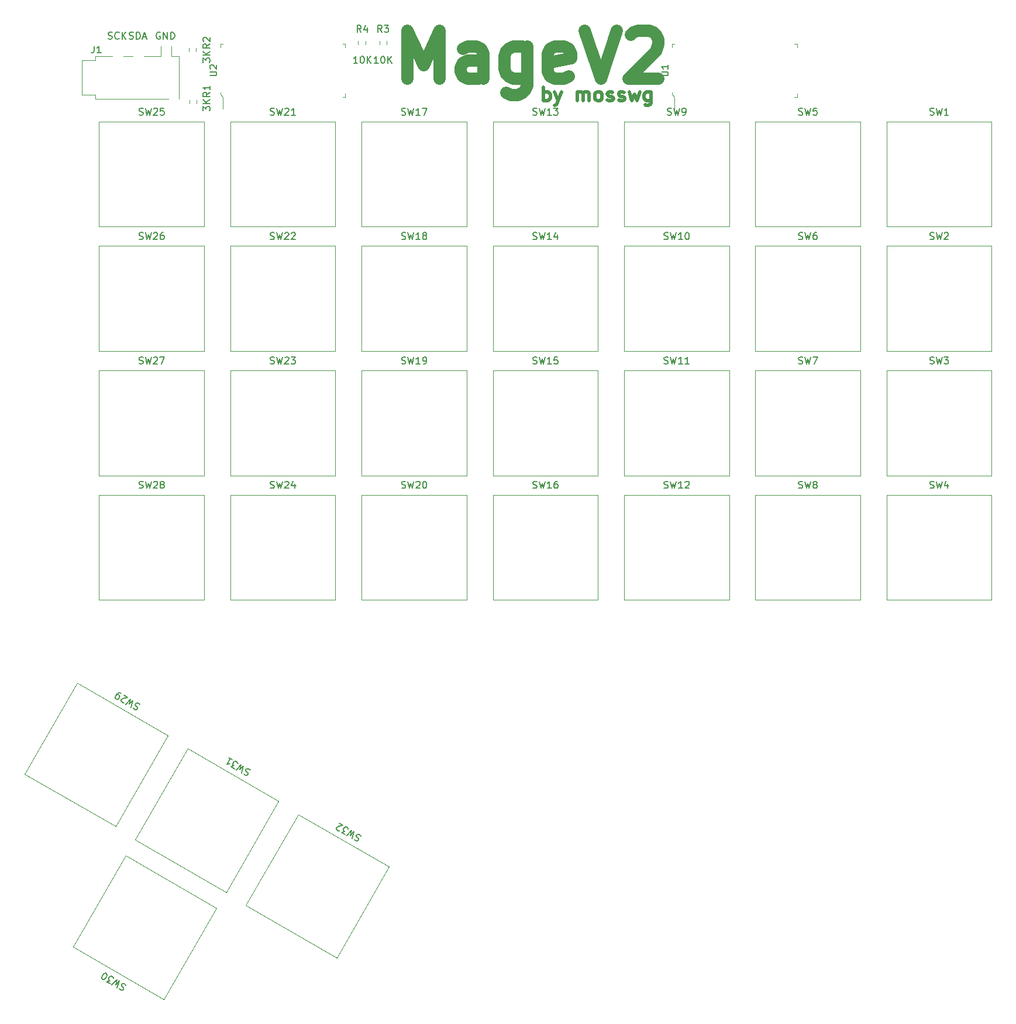
<source format=gbr>
%TF.GenerationSoftware,KiCad,Pcbnew,(6.0.11)*%
%TF.CreationDate,2023-06-02T23:59:17-07:00*%
%TF.ProjectId,MageV2,4d616765-5632-42e6-9b69-6361645f7063,rev?*%
%TF.SameCoordinates,Original*%
%TF.FileFunction,Legend,Top*%
%TF.FilePolarity,Positive*%
%FSLAX46Y46*%
G04 Gerber Fmt 4.6, Leading zero omitted, Abs format (unit mm)*
G04 Created by KiCad (PCBNEW (6.0.11)) date 2023-06-02 23:59:17*
%MOMM*%
%LPD*%
G01*
G04 APERTURE LIST*
%ADD10C,0.500000*%
%ADD11C,1.750000*%
%ADD12C,0.150000*%
%ADD13C,0.120000*%
%ADD14C,0.100000*%
G04 APERTURE END LIST*
D10*
X145738095Y-44404761D02*
X145738095Y-42404761D01*
X145738095Y-43166666D02*
X145928571Y-43071428D01*
X146309523Y-43071428D01*
X146500000Y-43166666D01*
X146595238Y-43261904D01*
X146690476Y-43452380D01*
X146690476Y-44023809D01*
X146595238Y-44214285D01*
X146500000Y-44309523D01*
X146309523Y-44404761D01*
X145928571Y-44404761D01*
X145738095Y-44309523D01*
X147357142Y-43071428D02*
X147833333Y-44404761D01*
X148309523Y-43071428D02*
X147833333Y-44404761D01*
X147642857Y-44880952D01*
X147547619Y-44976190D01*
X147357142Y-45071428D01*
X150595238Y-44404761D02*
X150595238Y-43071428D01*
X150595238Y-43261904D02*
X150690476Y-43166666D01*
X150880952Y-43071428D01*
X151166666Y-43071428D01*
X151357142Y-43166666D01*
X151452380Y-43357142D01*
X151452380Y-44404761D01*
X151452380Y-43357142D02*
X151547619Y-43166666D01*
X151738095Y-43071428D01*
X152023809Y-43071428D01*
X152214285Y-43166666D01*
X152309523Y-43357142D01*
X152309523Y-44404761D01*
X153547619Y-44404761D02*
X153357142Y-44309523D01*
X153261904Y-44214285D01*
X153166666Y-44023809D01*
X153166666Y-43452380D01*
X153261904Y-43261904D01*
X153357142Y-43166666D01*
X153547619Y-43071428D01*
X153833333Y-43071428D01*
X154023809Y-43166666D01*
X154119047Y-43261904D01*
X154214285Y-43452380D01*
X154214285Y-44023809D01*
X154119047Y-44214285D01*
X154023809Y-44309523D01*
X153833333Y-44404761D01*
X153547619Y-44404761D01*
X154976190Y-44309523D02*
X155166666Y-44404761D01*
X155547619Y-44404761D01*
X155738095Y-44309523D01*
X155833333Y-44119047D01*
X155833333Y-44023809D01*
X155738095Y-43833333D01*
X155547619Y-43738095D01*
X155261904Y-43738095D01*
X155071428Y-43642857D01*
X154976190Y-43452380D01*
X154976190Y-43357142D01*
X155071428Y-43166666D01*
X155261904Y-43071428D01*
X155547619Y-43071428D01*
X155738095Y-43166666D01*
X156595238Y-44309523D02*
X156785714Y-44404761D01*
X157166666Y-44404761D01*
X157357142Y-44309523D01*
X157452380Y-44119047D01*
X157452380Y-44023809D01*
X157357142Y-43833333D01*
X157166666Y-43738095D01*
X156880952Y-43738095D01*
X156690476Y-43642857D01*
X156595238Y-43452380D01*
X156595238Y-43357142D01*
X156690476Y-43166666D01*
X156880952Y-43071428D01*
X157166666Y-43071428D01*
X157357142Y-43166666D01*
X158119047Y-43071428D02*
X158500000Y-44404761D01*
X158880952Y-43452380D01*
X159261904Y-44404761D01*
X159642857Y-43071428D01*
X161261904Y-43071428D02*
X161261904Y-44690476D01*
X161166666Y-44880952D01*
X161071428Y-44976190D01*
X160880952Y-45071428D01*
X160595238Y-45071428D01*
X160404761Y-44976190D01*
X161261904Y-44309523D02*
X161071428Y-44404761D01*
X160690476Y-44404761D01*
X160500000Y-44309523D01*
X160404761Y-44214285D01*
X160309523Y-44023809D01*
X160309523Y-43452380D01*
X160404761Y-43261904D01*
X160500000Y-43166666D01*
X160690476Y-43071428D01*
X161071428Y-43071428D01*
X161261904Y-43166666D01*
D11*
X126000000Y-41166666D02*
X126000000Y-34166666D01*
X128333333Y-39166666D01*
X130666666Y-34166666D01*
X130666666Y-41166666D01*
X137000000Y-41166666D02*
X137000000Y-37500000D01*
X136666666Y-36833333D01*
X136000000Y-36500000D01*
X134666666Y-36500000D01*
X134000000Y-36833333D01*
X137000000Y-40833333D02*
X136333333Y-41166666D01*
X134666666Y-41166666D01*
X134000000Y-40833333D01*
X133666666Y-40166666D01*
X133666666Y-39500000D01*
X134000000Y-38833333D01*
X134666666Y-38500000D01*
X136333333Y-38500000D01*
X137000000Y-38166666D01*
X143333333Y-36500000D02*
X143333333Y-42166666D01*
X143000000Y-42833333D01*
X142666666Y-43166666D01*
X142000000Y-43500000D01*
X141000000Y-43500000D01*
X140333333Y-43166666D01*
X143333333Y-40833333D02*
X142666666Y-41166666D01*
X141333333Y-41166666D01*
X140666666Y-40833333D01*
X140333333Y-40500000D01*
X140000000Y-39833333D01*
X140000000Y-37833333D01*
X140333333Y-37166666D01*
X140666666Y-36833333D01*
X141333333Y-36500000D01*
X142666666Y-36500000D01*
X143333333Y-36833333D01*
X149333333Y-40833333D02*
X148666666Y-41166666D01*
X147333333Y-41166666D01*
X146666666Y-40833333D01*
X146333333Y-40166666D01*
X146333333Y-37500000D01*
X146666666Y-36833333D01*
X147333333Y-36500000D01*
X148666666Y-36500000D01*
X149333333Y-36833333D01*
X149666666Y-37500000D01*
X149666666Y-38166666D01*
X146333333Y-38833333D01*
X151666666Y-34166666D02*
X154000000Y-41166666D01*
X156333333Y-34166666D01*
X158333333Y-34833333D02*
X158666666Y-34500000D01*
X159333333Y-34166666D01*
X161000000Y-34166666D01*
X161666666Y-34500000D01*
X162000000Y-34833333D01*
X162333333Y-35500000D01*
X162333333Y-36166666D01*
X162000000Y-37166666D01*
X158000000Y-41166666D01*
X162333333Y-41166666D01*
D12*
X90238095Y-34500000D02*
X90142857Y-34452380D01*
X90000000Y-34452380D01*
X89857142Y-34500000D01*
X89761904Y-34595238D01*
X89714285Y-34690476D01*
X89666666Y-34880952D01*
X89666666Y-35023809D01*
X89714285Y-35214285D01*
X89761904Y-35309523D01*
X89857142Y-35404761D01*
X90000000Y-35452380D01*
X90095238Y-35452380D01*
X90238095Y-35404761D01*
X90285714Y-35357142D01*
X90285714Y-35023809D01*
X90095238Y-35023809D01*
X90714285Y-35452380D02*
X90714285Y-34452380D01*
X91285714Y-35452380D01*
X91285714Y-34452380D01*
X91761904Y-35452380D02*
X91761904Y-34452380D01*
X92000000Y-34452380D01*
X92142857Y-34500000D01*
X92238095Y-34595238D01*
X92285714Y-34690476D01*
X92333333Y-34880952D01*
X92333333Y-35023809D01*
X92285714Y-35214285D01*
X92238095Y-35309523D01*
X92142857Y-35404761D01*
X92000000Y-35452380D01*
X91761904Y-35452380D01*
X85785714Y-35404761D02*
X85928571Y-35452380D01*
X86166666Y-35452380D01*
X86261904Y-35404761D01*
X86309523Y-35357142D01*
X86357142Y-35261904D01*
X86357142Y-35166666D01*
X86309523Y-35071428D01*
X86261904Y-35023809D01*
X86166666Y-34976190D01*
X85976190Y-34928571D01*
X85880952Y-34880952D01*
X85833333Y-34833333D01*
X85785714Y-34738095D01*
X85785714Y-34642857D01*
X85833333Y-34547619D01*
X85880952Y-34500000D01*
X85976190Y-34452380D01*
X86214285Y-34452380D01*
X86357142Y-34500000D01*
X86785714Y-35452380D02*
X86785714Y-34452380D01*
X87023809Y-34452380D01*
X87166666Y-34500000D01*
X87261904Y-34595238D01*
X87309523Y-34690476D01*
X87357142Y-34880952D01*
X87357142Y-35023809D01*
X87309523Y-35214285D01*
X87261904Y-35309523D01*
X87166666Y-35404761D01*
X87023809Y-35452380D01*
X86785714Y-35452380D01*
X87738095Y-35166666D02*
X88214285Y-35166666D01*
X87642857Y-35452380D02*
X87976190Y-34452380D01*
X88309523Y-35452380D01*
X82714285Y-35404761D02*
X82857142Y-35452380D01*
X83095238Y-35452380D01*
X83190476Y-35404761D01*
X83238095Y-35357142D01*
X83285714Y-35261904D01*
X83285714Y-35166666D01*
X83238095Y-35071428D01*
X83190476Y-35023809D01*
X83095238Y-34976190D01*
X82904761Y-34928571D01*
X82809523Y-34880952D01*
X82761904Y-34833333D01*
X82714285Y-34738095D01*
X82714285Y-34642857D01*
X82761904Y-34547619D01*
X82809523Y-34500000D01*
X82904761Y-34452380D01*
X83142857Y-34452380D01*
X83285714Y-34500000D01*
X84285714Y-35357142D02*
X84238095Y-35404761D01*
X84095238Y-35452380D01*
X84000000Y-35452380D01*
X83857142Y-35404761D01*
X83761904Y-35309523D01*
X83714285Y-35214285D01*
X83666666Y-35023809D01*
X83666666Y-34880952D01*
X83714285Y-34690476D01*
X83761904Y-34595238D01*
X83857142Y-34500000D01*
X84000000Y-34452380D01*
X84095238Y-34452380D01*
X84238095Y-34500000D01*
X84285714Y-34547619D01*
X84714285Y-35452380D02*
X84714285Y-34452380D01*
X85285714Y-35452380D02*
X84857142Y-34880952D01*
X85285714Y-34452380D02*
X84714285Y-35023809D01*
%TO.C,SW25*%
X87190476Y-46404761D02*
X87333333Y-46452380D01*
X87571428Y-46452380D01*
X87666666Y-46404761D01*
X87714285Y-46357142D01*
X87761904Y-46261904D01*
X87761904Y-46166666D01*
X87714285Y-46071428D01*
X87666666Y-46023809D01*
X87571428Y-45976190D01*
X87380952Y-45928571D01*
X87285714Y-45880952D01*
X87238095Y-45833333D01*
X87190476Y-45738095D01*
X87190476Y-45642857D01*
X87238095Y-45547619D01*
X87285714Y-45500000D01*
X87380952Y-45452380D01*
X87619047Y-45452380D01*
X87761904Y-45500000D01*
X88095238Y-45452380D02*
X88333333Y-46452380D01*
X88523809Y-45738095D01*
X88714285Y-46452380D01*
X88952380Y-45452380D01*
X89285714Y-45547619D02*
X89333333Y-45500000D01*
X89428571Y-45452380D01*
X89666666Y-45452380D01*
X89761904Y-45500000D01*
X89809523Y-45547619D01*
X89857142Y-45642857D01*
X89857142Y-45738095D01*
X89809523Y-45880952D01*
X89238095Y-46452380D01*
X89857142Y-46452380D01*
X90761904Y-45452380D02*
X90285714Y-45452380D01*
X90238095Y-45928571D01*
X90285714Y-45880952D01*
X90380952Y-45833333D01*
X90619047Y-45833333D01*
X90714285Y-45880952D01*
X90761904Y-45928571D01*
X90809523Y-46023809D01*
X90809523Y-46261904D01*
X90761904Y-46357142D01*
X90714285Y-46404761D01*
X90619047Y-46452380D01*
X90380952Y-46452380D01*
X90285714Y-46404761D01*
X90238095Y-46357142D01*
%TO.C,SW5*%
X182666666Y-46404761D02*
X182809523Y-46452380D01*
X183047619Y-46452380D01*
X183142857Y-46404761D01*
X183190476Y-46357142D01*
X183238095Y-46261904D01*
X183238095Y-46166666D01*
X183190476Y-46071428D01*
X183142857Y-46023809D01*
X183047619Y-45976190D01*
X182857142Y-45928571D01*
X182761904Y-45880952D01*
X182714285Y-45833333D01*
X182666666Y-45738095D01*
X182666666Y-45642857D01*
X182714285Y-45547619D01*
X182761904Y-45500000D01*
X182857142Y-45452380D01*
X183095238Y-45452380D01*
X183238095Y-45500000D01*
X183571428Y-45452380D02*
X183809523Y-46452380D01*
X184000000Y-45738095D01*
X184190476Y-46452380D01*
X184428571Y-45452380D01*
X185285714Y-45452380D02*
X184809523Y-45452380D01*
X184761904Y-45928571D01*
X184809523Y-45880952D01*
X184904761Y-45833333D01*
X185142857Y-45833333D01*
X185238095Y-45880952D01*
X185285714Y-45928571D01*
X185333333Y-46023809D01*
X185333333Y-46261904D01*
X185285714Y-46357142D01*
X185238095Y-46404761D01*
X185142857Y-46452380D01*
X184904761Y-46452380D01*
X184809523Y-46404761D01*
X184761904Y-46357142D01*
%TO.C,SW12*%
X163190476Y-100404761D02*
X163333333Y-100452380D01*
X163571428Y-100452380D01*
X163666666Y-100404761D01*
X163714285Y-100357142D01*
X163761904Y-100261904D01*
X163761904Y-100166666D01*
X163714285Y-100071428D01*
X163666666Y-100023809D01*
X163571428Y-99976190D01*
X163380952Y-99928571D01*
X163285714Y-99880952D01*
X163238095Y-99833333D01*
X163190476Y-99738095D01*
X163190476Y-99642857D01*
X163238095Y-99547619D01*
X163285714Y-99500000D01*
X163380952Y-99452380D01*
X163619047Y-99452380D01*
X163761904Y-99500000D01*
X164095238Y-99452380D02*
X164333333Y-100452380D01*
X164523809Y-99738095D01*
X164714285Y-100452380D01*
X164952380Y-99452380D01*
X165857142Y-100452380D02*
X165285714Y-100452380D01*
X165571428Y-100452380D02*
X165571428Y-99452380D01*
X165476190Y-99595238D01*
X165380952Y-99690476D01*
X165285714Y-99738095D01*
X166238095Y-99547619D02*
X166285714Y-99500000D01*
X166380952Y-99452380D01*
X166619047Y-99452380D01*
X166714285Y-99500000D01*
X166761904Y-99547619D01*
X166809523Y-99642857D01*
X166809523Y-99738095D01*
X166761904Y-99880952D01*
X166190476Y-100452380D01*
X166809523Y-100452380D01*
%TO.C,SW6*%
X182666666Y-64404761D02*
X182809523Y-64452380D01*
X183047619Y-64452380D01*
X183142857Y-64404761D01*
X183190476Y-64357142D01*
X183238095Y-64261904D01*
X183238095Y-64166666D01*
X183190476Y-64071428D01*
X183142857Y-64023809D01*
X183047619Y-63976190D01*
X182857142Y-63928571D01*
X182761904Y-63880952D01*
X182714285Y-63833333D01*
X182666666Y-63738095D01*
X182666666Y-63642857D01*
X182714285Y-63547619D01*
X182761904Y-63500000D01*
X182857142Y-63452380D01*
X183095238Y-63452380D01*
X183238095Y-63500000D01*
X183571428Y-63452380D02*
X183809523Y-64452380D01*
X184000000Y-63738095D01*
X184190476Y-64452380D01*
X184428571Y-63452380D01*
X185238095Y-63452380D02*
X185047619Y-63452380D01*
X184952380Y-63500000D01*
X184904761Y-63547619D01*
X184809523Y-63690476D01*
X184761904Y-63880952D01*
X184761904Y-64261904D01*
X184809523Y-64357142D01*
X184857142Y-64404761D01*
X184952380Y-64452380D01*
X185142857Y-64452380D01*
X185238095Y-64404761D01*
X185285714Y-64357142D01*
X185333333Y-64261904D01*
X185333333Y-64023809D01*
X185285714Y-63928571D01*
X185238095Y-63880952D01*
X185142857Y-63833333D01*
X184952380Y-63833333D01*
X184857142Y-63880952D01*
X184809523Y-63928571D01*
X184761904Y-64023809D01*
%TO.C,SW7*%
X182666666Y-82404761D02*
X182809523Y-82452380D01*
X183047619Y-82452380D01*
X183142857Y-82404761D01*
X183190476Y-82357142D01*
X183238095Y-82261904D01*
X183238095Y-82166666D01*
X183190476Y-82071428D01*
X183142857Y-82023809D01*
X183047619Y-81976190D01*
X182857142Y-81928571D01*
X182761904Y-81880952D01*
X182714285Y-81833333D01*
X182666666Y-81738095D01*
X182666666Y-81642857D01*
X182714285Y-81547619D01*
X182761904Y-81500000D01*
X182857142Y-81452380D01*
X183095238Y-81452380D01*
X183238095Y-81500000D01*
X183571428Y-81452380D02*
X183809523Y-82452380D01*
X184000000Y-81738095D01*
X184190476Y-82452380D01*
X184428571Y-81452380D01*
X184714285Y-81452380D02*
X185380952Y-81452380D01*
X184952380Y-82452380D01*
%TO.C,SW19*%
X125190476Y-82404761D02*
X125333333Y-82452380D01*
X125571428Y-82452380D01*
X125666666Y-82404761D01*
X125714285Y-82357142D01*
X125761904Y-82261904D01*
X125761904Y-82166666D01*
X125714285Y-82071428D01*
X125666666Y-82023809D01*
X125571428Y-81976190D01*
X125380952Y-81928571D01*
X125285714Y-81880952D01*
X125238095Y-81833333D01*
X125190476Y-81738095D01*
X125190476Y-81642857D01*
X125238095Y-81547619D01*
X125285714Y-81500000D01*
X125380952Y-81452380D01*
X125619047Y-81452380D01*
X125761904Y-81500000D01*
X126095238Y-81452380D02*
X126333333Y-82452380D01*
X126523809Y-81738095D01*
X126714285Y-82452380D01*
X126952380Y-81452380D01*
X127857142Y-82452380D02*
X127285714Y-82452380D01*
X127571428Y-82452380D02*
X127571428Y-81452380D01*
X127476190Y-81595238D01*
X127380952Y-81690476D01*
X127285714Y-81738095D01*
X128333333Y-82452380D02*
X128523809Y-82452380D01*
X128619047Y-82404761D01*
X128666666Y-82357142D01*
X128761904Y-82214285D01*
X128809523Y-82023809D01*
X128809523Y-81642857D01*
X128761904Y-81547619D01*
X128714285Y-81500000D01*
X128619047Y-81452380D01*
X128428571Y-81452380D01*
X128333333Y-81500000D01*
X128285714Y-81547619D01*
X128238095Y-81642857D01*
X128238095Y-81880952D01*
X128285714Y-81976190D01*
X128333333Y-82023809D01*
X128428571Y-82071428D01*
X128619047Y-82071428D01*
X128714285Y-82023809D01*
X128761904Y-81976190D01*
X128809523Y-81880952D01*
%TO.C,R2*%
X97452380Y-36166666D02*
X96976190Y-36500000D01*
X97452380Y-36738095D02*
X96452380Y-36738095D01*
X96452380Y-36357142D01*
X96500000Y-36261904D01*
X96547619Y-36214285D01*
X96642857Y-36166666D01*
X96785714Y-36166666D01*
X96880952Y-36214285D01*
X96928571Y-36261904D01*
X96976190Y-36357142D01*
X96976190Y-36738095D01*
X96547619Y-35785714D02*
X96500000Y-35738095D01*
X96452380Y-35642857D01*
X96452380Y-35404761D01*
X96500000Y-35309523D01*
X96547619Y-35261904D01*
X96642857Y-35214285D01*
X96738095Y-35214285D01*
X96880952Y-35261904D01*
X97452380Y-35833333D01*
X97452380Y-35214285D01*
X96452380Y-38833333D02*
X96452380Y-38214285D01*
X96833333Y-38547619D01*
X96833333Y-38404761D01*
X96880952Y-38309523D01*
X96928571Y-38261904D01*
X97023809Y-38214285D01*
X97261904Y-38214285D01*
X97357142Y-38261904D01*
X97404761Y-38309523D01*
X97452380Y-38404761D01*
X97452380Y-38690476D01*
X97404761Y-38785714D01*
X97357142Y-38833333D01*
X97452380Y-37785714D02*
X96452380Y-37785714D01*
X97452380Y-37214285D02*
X96880952Y-37642857D01*
X96452380Y-37214285D02*
X97023809Y-37785714D01*
%TO.C,SW3*%
X201666666Y-82404761D02*
X201809523Y-82452380D01*
X202047619Y-82452380D01*
X202142857Y-82404761D01*
X202190476Y-82357142D01*
X202238095Y-82261904D01*
X202238095Y-82166666D01*
X202190476Y-82071428D01*
X202142857Y-82023809D01*
X202047619Y-81976190D01*
X201857142Y-81928571D01*
X201761904Y-81880952D01*
X201714285Y-81833333D01*
X201666666Y-81738095D01*
X201666666Y-81642857D01*
X201714285Y-81547619D01*
X201761904Y-81500000D01*
X201857142Y-81452380D01*
X202095238Y-81452380D01*
X202238095Y-81500000D01*
X202571428Y-81452380D02*
X202809523Y-82452380D01*
X203000000Y-81738095D01*
X203190476Y-82452380D01*
X203428571Y-81452380D01*
X203714285Y-81452380D02*
X204333333Y-81452380D01*
X204000000Y-81833333D01*
X204142857Y-81833333D01*
X204238095Y-81880952D01*
X204285714Y-81928571D01*
X204333333Y-82023809D01*
X204333333Y-82261904D01*
X204285714Y-82357142D01*
X204238095Y-82404761D01*
X204142857Y-82452380D01*
X203857142Y-82452380D01*
X203761904Y-82404761D01*
X203714285Y-82357142D01*
%TO.C,SW9*%
X163666666Y-46404761D02*
X163809523Y-46452380D01*
X164047619Y-46452380D01*
X164142857Y-46404761D01*
X164190476Y-46357142D01*
X164238095Y-46261904D01*
X164238095Y-46166666D01*
X164190476Y-46071428D01*
X164142857Y-46023809D01*
X164047619Y-45976190D01*
X163857142Y-45928571D01*
X163761904Y-45880952D01*
X163714285Y-45833333D01*
X163666666Y-45738095D01*
X163666666Y-45642857D01*
X163714285Y-45547619D01*
X163761904Y-45500000D01*
X163857142Y-45452380D01*
X164095238Y-45452380D01*
X164238095Y-45500000D01*
X164571428Y-45452380D02*
X164809523Y-46452380D01*
X165000000Y-45738095D01*
X165190476Y-46452380D01*
X165428571Y-45452380D01*
X165857142Y-46452380D02*
X166047619Y-46452380D01*
X166142857Y-46404761D01*
X166190476Y-46357142D01*
X166285714Y-46214285D01*
X166333333Y-46023809D01*
X166333333Y-45642857D01*
X166285714Y-45547619D01*
X166238095Y-45500000D01*
X166142857Y-45452380D01*
X165952380Y-45452380D01*
X165857142Y-45500000D01*
X165809523Y-45547619D01*
X165761904Y-45642857D01*
X165761904Y-45880952D01*
X165809523Y-45976190D01*
X165857142Y-46023809D01*
X165952380Y-46071428D01*
X166142857Y-46071428D01*
X166238095Y-46023809D01*
X166285714Y-45976190D01*
X166333333Y-45880952D01*
%TO.C,SW14*%
X144190476Y-64404761D02*
X144333333Y-64452380D01*
X144571428Y-64452380D01*
X144666666Y-64404761D01*
X144714285Y-64357142D01*
X144761904Y-64261904D01*
X144761904Y-64166666D01*
X144714285Y-64071428D01*
X144666666Y-64023809D01*
X144571428Y-63976190D01*
X144380952Y-63928571D01*
X144285714Y-63880952D01*
X144238095Y-63833333D01*
X144190476Y-63738095D01*
X144190476Y-63642857D01*
X144238095Y-63547619D01*
X144285714Y-63500000D01*
X144380952Y-63452380D01*
X144619047Y-63452380D01*
X144761904Y-63500000D01*
X145095238Y-63452380D02*
X145333333Y-64452380D01*
X145523809Y-63738095D01*
X145714285Y-64452380D01*
X145952380Y-63452380D01*
X146857142Y-64452380D02*
X146285714Y-64452380D01*
X146571428Y-64452380D02*
X146571428Y-63452380D01*
X146476190Y-63595238D01*
X146380952Y-63690476D01*
X146285714Y-63738095D01*
X147714285Y-63785714D02*
X147714285Y-64452380D01*
X147476190Y-63404761D02*
X147238095Y-64119047D01*
X147857142Y-64119047D01*
%TO.C,SW1*%
X201666666Y-46404761D02*
X201809523Y-46452380D01*
X202047619Y-46452380D01*
X202142857Y-46404761D01*
X202190476Y-46357142D01*
X202238095Y-46261904D01*
X202238095Y-46166666D01*
X202190476Y-46071428D01*
X202142857Y-46023809D01*
X202047619Y-45976190D01*
X201857142Y-45928571D01*
X201761904Y-45880952D01*
X201714285Y-45833333D01*
X201666666Y-45738095D01*
X201666666Y-45642857D01*
X201714285Y-45547619D01*
X201761904Y-45500000D01*
X201857142Y-45452380D01*
X202095238Y-45452380D01*
X202238095Y-45500000D01*
X202571428Y-45452380D02*
X202809523Y-46452380D01*
X203000000Y-45738095D01*
X203190476Y-46452380D01*
X203428571Y-45452380D01*
X204333333Y-46452380D02*
X203761904Y-46452380D01*
X204047619Y-46452380D02*
X204047619Y-45452380D01*
X203952380Y-45595238D01*
X203857142Y-45690476D01*
X203761904Y-45738095D01*
%TO.C,SW32*%
X119269474Y-150759998D02*
X119169566Y-150647330D01*
X118963369Y-150528283D01*
X118857081Y-150521903D01*
X118792032Y-150539333D01*
X118703174Y-150598002D01*
X118655555Y-150680481D01*
X118649175Y-150786769D01*
X118666605Y-150851818D01*
X118725274Y-150940676D01*
X118866422Y-151077153D01*
X118925091Y-151166012D01*
X118942520Y-151231060D01*
X118936141Y-151337349D01*
X118888522Y-151419827D01*
X118799663Y-151478496D01*
X118734614Y-151495926D01*
X118628326Y-151489546D01*
X118422130Y-151370499D01*
X118322221Y-151257831D01*
X118009737Y-151132403D02*
X118303540Y-150147330D01*
X117781440Y-150670682D01*
X117973626Y-149956854D01*
X117267429Y-150703832D01*
X117019993Y-150560975D02*
X116483882Y-150251451D01*
X116963034Y-150088203D01*
X116839316Y-150016775D01*
X116780647Y-149927916D01*
X116763217Y-149862868D01*
X116769597Y-149756579D01*
X116888644Y-149550383D01*
X116977503Y-149491714D01*
X117042552Y-149474284D01*
X117148840Y-149480664D01*
X117396276Y-149623521D01*
X117454945Y-149712379D01*
X117472374Y-149777428D01*
X116201587Y-149978496D02*
X116136538Y-149995926D01*
X116030250Y-149989546D01*
X115824054Y-149870499D01*
X115765385Y-149781640D01*
X115747955Y-149716592D01*
X115754334Y-149610303D01*
X115801954Y-149527825D01*
X115914621Y-149427916D01*
X116695207Y-149218759D01*
X116159096Y-148909235D01*
%TO.C,SW20*%
X125190476Y-100404761D02*
X125333333Y-100452380D01*
X125571428Y-100452380D01*
X125666666Y-100404761D01*
X125714285Y-100357142D01*
X125761904Y-100261904D01*
X125761904Y-100166666D01*
X125714285Y-100071428D01*
X125666666Y-100023809D01*
X125571428Y-99976190D01*
X125380952Y-99928571D01*
X125285714Y-99880952D01*
X125238095Y-99833333D01*
X125190476Y-99738095D01*
X125190476Y-99642857D01*
X125238095Y-99547619D01*
X125285714Y-99500000D01*
X125380952Y-99452380D01*
X125619047Y-99452380D01*
X125761904Y-99500000D01*
X126095238Y-99452380D02*
X126333333Y-100452380D01*
X126523809Y-99738095D01*
X126714285Y-100452380D01*
X126952380Y-99452380D01*
X127285714Y-99547619D02*
X127333333Y-99500000D01*
X127428571Y-99452380D01*
X127666666Y-99452380D01*
X127761904Y-99500000D01*
X127809523Y-99547619D01*
X127857142Y-99642857D01*
X127857142Y-99738095D01*
X127809523Y-99880952D01*
X127238095Y-100452380D01*
X127857142Y-100452380D01*
X128476190Y-99452380D02*
X128571428Y-99452380D01*
X128666666Y-99500000D01*
X128714285Y-99547619D01*
X128761904Y-99642857D01*
X128809523Y-99833333D01*
X128809523Y-100071428D01*
X128761904Y-100261904D01*
X128714285Y-100357142D01*
X128666666Y-100404761D01*
X128571428Y-100452380D01*
X128476190Y-100452380D01*
X128380952Y-100404761D01*
X128333333Y-100357142D01*
X128285714Y-100261904D01*
X128238095Y-100071428D01*
X128238095Y-99833333D01*
X128285714Y-99642857D01*
X128333333Y-99547619D01*
X128380952Y-99500000D01*
X128476190Y-99452380D01*
%TO.C,SW29*%
X87269474Y-131759998D02*
X87169566Y-131647330D01*
X86963369Y-131528283D01*
X86857081Y-131521903D01*
X86792032Y-131539333D01*
X86703174Y-131598002D01*
X86655555Y-131680481D01*
X86649175Y-131786769D01*
X86666605Y-131851818D01*
X86725274Y-131940676D01*
X86866422Y-132077153D01*
X86925091Y-132166012D01*
X86942520Y-132231060D01*
X86936141Y-132337349D01*
X86888522Y-132419827D01*
X86799663Y-132478496D01*
X86734614Y-132495926D01*
X86628326Y-132489546D01*
X86422130Y-132370499D01*
X86322221Y-132257831D01*
X86009737Y-132132403D02*
X86303540Y-131147330D01*
X85781440Y-131670682D01*
X85973626Y-130956854D01*
X85267429Y-131703832D01*
X85026373Y-131454687D02*
X84961324Y-131472117D01*
X84855036Y-131465737D01*
X84648840Y-131346689D01*
X84590171Y-131257831D01*
X84572741Y-131192782D01*
X84579121Y-131086494D01*
X84626740Y-131004015D01*
X84739408Y-130904107D01*
X85519993Y-130694949D01*
X84983882Y-130385426D01*
X84571489Y-130147330D02*
X84406532Y-130052092D01*
X84300244Y-130045713D01*
X84235195Y-130063142D01*
X84081288Y-130139241D01*
X83944811Y-130280389D01*
X83754334Y-130610303D01*
X83747955Y-130716592D01*
X83765385Y-130781640D01*
X83824054Y-130870499D01*
X83989011Y-130965737D01*
X84095299Y-130972117D01*
X84160348Y-130954687D01*
X84249206Y-130896018D01*
X84368254Y-130689821D01*
X84374634Y-130583533D01*
X84357204Y-130518484D01*
X84298535Y-130429626D01*
X84133577Y-130334388D01*
X84027289Y-130328008D01*
X83962240Y-130345438D01*
X83873382Y-130404107D01*
%TO.C,SW10*%
X163190476Y-64404761D02*
X163333333Y-64452380D01*
X163571428Y-64452380D01*
X163666666Y-64404761D01*
X163714285Y-64357142D01*
X163761904Y-64261904D01*
X163761904Y-64166666D01*
X163714285Y-64071428D01*
X163666666Y-64023809D01*
X163571428Y-63976190D01*
X163380952Y-63928571D01*
X163285714Y-63880952D01*
X163238095Y-63833333D01*
X163190476Y-63738095D01*
X163190476Y-63642857D01*
X163238095Y-63547619D01*
X163285714Y-63500000D01*
X163380952Y-63452380D01*
X163619047Y-63452380D01*
X163761904Y-63500000D01*
X164095238Y-63452380D02*
X164333333Y-64452380D01*
X164523809Y-63738095D01*
X164714285Y-64452380D01*
X164952380Y-63452380D01*
X165857142Y-64452380D02*
X165285714Y-64452380D01*
X165571428Y-64452380D02*
X165571428Y-63452380D01*
X165476190Y-63595238D01*
X165380952Y-63690476D01*
X165285714Y-63738095D01*
X166476190Y-63452380D02*
X166571428Y-63452380D01*
X166666666Y-63500000D01*
X166714285Y-63547619D01*
X166761904Y-63642857D01*
X166809523Y-63833333D01*
X166809523Y-64071428D01*
X166761904Y-64261904D01*
X166714285Y-64357142D01*
X166666666Y-64404761D01*
X166571428Y-64452380D01*
X166476190Y-64452380D01*
X166380952Y-64404761D01*
X166333333Y-64357142D01*
X166285714Y-64261904D01*
X166238095Y-64071428D01*
X166238095Y-63833333D01*
X166285714Y-63642857D01*
X166333333Y-63547619D01*
X166380952Y-63500000D01*
X166476190Y-63452380D01*
%TO.C,J1*%
X80666666Y-36452380D02*
X80666666Y-37166666D01*
X80619047Y-37309523D01*
X80523809Y-37404761D01*
X80380952Y-37452380D01*
X80285714Y-37452380D01*
X81666666Y-37452380D02*
X81095238Y-37452380D01*
X81380952Y-37452380D02*
X81380952Y-36452380D01*
X81285714Y-36595238D01*
X81190476Y-36690476D01*
X81095238Y-36738095D01*
%TO.C,SW8*%
X182666666Y-100404761D02*
X182809523Y-100452380D01*
X183047619Y-100452380D01*
X183142857Y-100404761D01*
X183190476Y-100357142D01*
X183238095Y-100261904D01*
X183238095Y-100166666D01*
X183190476Y-100071428D01*
X183142857Y-100023809D01*
X183047619Y-99976190D01*
X182857142Y-99928571D01*
X182761904Y-99880952D01*
X182714285Y-99833333D01*
X182666666Y-99738095D01*
X182666666Y-99642857D01*
X182714285Y-99547619D01*
X182761904Y-99500000D01*
X182857142Y-99452380D01*
X183095238Y-99452380D01*
X183238095Y-99500000D01*
X183571428Y-99452380D02*
X183809523Y-100452380D01*
X184000000Y-99738095D01*
X184190476Y-100452380D01*
X184428571Y-99452380D01*
X184952380Y-99880952D02*
X184857142Y-99833333D01*
X184809523Y-99785714D01*
X184761904Y-99690476D01*
X184761904Y-99642857D01*
X184809523Y-99547619D01*
X184857142Y-99500000D01*
X184952380Y-99452380D01*
X185142857Y-99452380D01*
X185238095Y-99500000D01*
X185285714Y-99547619D01*
X185333333Y-99642857D01*
X185333333Y-99690476D01*
X185285714Y-99785714D01*
X185238095Y-99833333D01*
X185142857Y-99880952D01*
X184952380Y-99880952D01*
X184857142Y-99928571D01*
X184809523Y-99976190D01*
X184761904Y-100071428D01*
X184761904Y-100261904D01*
X184809523Y-100357142D01*
X184857142Y-100404761D01*
X184952380Y-100452380D01*
X185142857Y-100452380D01*
X185238095Y-100404761D01*
X185285714Y-100357142D01*
X185333333Y-100261904D01*
X185333333Y-100071428D01*
X185285714Y-99976190D01*
X185238095Y-99928571D01*
X185142857Y-99880952D01*
%TO.C,SW31*%
X103269474Y-141259998D02*
X103169566Y-141147330D01*
X102963369Y-141028283D01*
X102857081Y-141021903D01*
X102792032Y-141039333D01*
X102703174Y-141098002D01*
X102655555Y-141180481D01*
X102649175Y-141286769D01*
X102666605Y-141351818D01*
X102725274Y-141440676D01*
X102866422Y-141577153D01*
X102925091Y-141666012D01*
X102942520Y-141731060D01*
X102936141Y-141837349D01*
X102888522Y-141919827D01*
X102799663Y-141978496D01*
X102734614Y-141995926D01*
X102628326Y-141989546D01*
X102422130Y-141870499D01*
X102322221Y-141757831D01*
X102009737Y-141632403D02*
X102303540Y-140647330D01*
X101781440Y-141170682D01*
X101973626Y-140456854D01*
X101267429Y-141203832D01*
X101019993Y-141060975D02*
X100483882Y-140751451D01*
X100963034Y-140588203D01*
X100839316Y-140516775D01*
X100780647Y-140427916D01*
X100763217Y-140362868D01*
X100769597Y-140256579D01*
X100888644Y-140050383D01*
X100977503Y-139991714D01*
X101042552Y-139974284D01*
X101148840Y-139980664D01*
X101396276Y-140123521D01*
X101454945Y-140212379D01*
X101472374Y-140277428D01*
X100159096Y-139409235D02*
X100653968Y-139694949D01*
X100406532Y-139552092D02*
X99906532Y-140418118D01*
X100060439Y-140342019D01*
X100190537Y-140307159D01*
X100296825Y-140313539D01*
%TO.C,SW15*%
X144190476Y-82404761D02*
X144333333Y-82452380D01*
X144571428Y-82452380D01*
X144666666Y-82404761D01*
X144714285Y-82357142D01*
X144761904Y-82261904D01*
X144761904Y-82166666D01*
X144714285Y-82071428D01*
X144666666Y-82023809D01*
X144571428Y-81976190D01*
X144380952Y-81928571D01*
X144285714Y-81880952D01*
X144238095Y-81833333D01*
X144190476Y-81738095D01*
X144190476Y-81642857D01*
X144238095Y-81547619D01*
X144285714Y-81500000D01*
X144380952Y-81452380D01*
X144619047Y-81452380D01*
X144761904Y-81500000D01*
X145095238Y-81452380D02*
X145333333Y-82452380D01*
X145523809Y-81738095D01*
X145714285Y-82452380D01*
X145952380Y-81452380D01*
X146857142Y-82452380D02*
X146285714Y-82452380D01*
X146571428Y-82452380D02*
X146571428Y-81452380D01*
X146476190Y-81595238D01*
X146380952Y-81690476D01*
X146285714Y-81738095D01*
X147761904Y-81452380D02*
X147285714Y-81452380D01*
X147238095Y-81928571D01*
X147285714Y-81880952D01*
X147380952Y-81833333D01*
X147619047Y-81833333D01*
X147714285Y-81880952D01*
X147761904Y-81928571D01*
X147809523Y-82023809D01*
X147809523Y-82261904D01*
X147761904Y-82357142D01*
X147714285Y-82404761D01*
X147619047Y-82452380D01*
X147380952Y-82452380D01*
X147285714Y-82404761D01*
X147238095Y-82357142D01*
%TO.C,SW2*%
X201666666Y-64404761D02*
X201809523Y-64452380D01*
X202047619Y-64452380D01*
X202142857Y-64404761D01*
X202190476Y-64357142D01*
X202238095Y-64261904D01*
X202238095Y-64166666D01*
X202190476Y-64071428D01*
X202142857Y-64023809D01*
X202047619Y-63976190D01*
X201857142Y-63928571D01*
X201761904Y-63880952D01*
X201714285Y-63833333D01*
X201666666Y-63738095D01*
X201666666Y-63642857D01*
X201714285Y-63547619D01*
X201761904Y-63500000D01*
X201857142Y-63452380D01*
X202095238Y-63452380D01*
X202238095Y-63500000D01*
X202571428Y-63452380D02*
X202809523Y-64452380D01*
X203000000Y-63738095D01*
X203190476Y-64452380D01*
X203428571Y-63452380D01*
X203761904Y-63547619D02*
X203809523Y-63500000D01*
X203904761Y-63452380D01*
X204142857Y-63452380D01*
X204238095Y-63500000D01*
X204285714Y-63547619D01*
X204333333Y-63642857D01*
X204333333Y-63738095D01*
X204285714Y-63880952D01*
X203714285Y-64452380D01*
X204333333Y-64452380D01*
%TO.C,R3*%
X122333333Y-34452380D02*
X122000000Y-33976190D01*
X121761904Y-34452380D02*
X121761904Y-33452380D01*
X122142857Y-33452380D01*
X122238095Y-33500000D01*
X122285714Y-33547619D01*
X122333333Y-33642857D01*
X122333333Y-33785714D01*
X122285714Y-33880952D01*
X122238095Y-33928571D01*
X122142857Y-33976190D01*
X121761904Y-33976190D01*
X122666666Y-33452380D02*
X123285714Y-33452380D01*
X122952380Y-33833333D01*
X123095238Y-33833333D01*
X123190476Y-33880952D01*
X123238095Y-33928571D01*
X123285714Y-34023809D01*
X123285714Y-34261904D01*
X123238095Y-34357142D01*
X123190476Y-34404761D01*
X123095238Y-34452380D01*
X122809523Y-34452380D01*
X122714285Y-34404761D01*
X122666666Y-34357142D01*
X121809523Y-38952380D02*
X121238095Y-38952380D01*
X121523809Y-38952380D02*
X121523809Y-37952380D01*
X121428571Y-38095238D01*
X121333333Y-38190476D01*
X121238095Y-38238095D01*
X122428571Y-37952380D02*
X122523809Y-37952380D01*
X122619047Y-38000000D01*
X122666666Y-38047619D01*
X122714285Y-38142857D01*
X122761904Y-38333333D01*
X122761904Y-38571428D01*
X122714285Y-38761904D01*
X122666666Y-38857142D01*
X122619047Y-38904761D01*
X122523809Y-38952380D01*
X122428571Y-38952380D01*
X122333333Y-38904761D01*
X122285714Y-38857142D01*
X122238095Y-38761904D01*
X122190476Y-38571428D01*
X122190476Y-38333333D01*
X122238095Y-38142857D01*
X122285714Y-38047619D01*
X122333333Y-38000000D01*
X122428571Y-37952380D01*
X123190476Y-38952380D02*
X123190476Y-37952380D01*
X123761904Y-38952380D02*
X123333333Y-38380952D01*
X123761904Y-37952380D02*
X123190476Y-38523809D01*
%TO.C,U1*%
X162777380Y-40761904D02*
X163586904Y-40761904D01*
X163682142Y-40714285D01*
X163729761Y-40666666D01*
X163777380Y-40571428D01*
X163777380Y-40380952D01*
X163729761Y-40285714D01*
X163682142Y-40238095D01*
X163586904Y-40190476D01*
X162777380Y-40190476D01*
X163777380Y-39190476D02*
X163777380Y-39761904D01*
X163777380Y-39476190D02*
X162777380Y-39476190D01*
X162920238Y-39571428D01*
X163015476Y-39666666D01*
X163063095Y-39761904D01*
%TO.C,SW11*%
X163190476Y-82404761D02*
X163333333Y-82452380D01*
X163571428Y-82452380D01*
X163666666Y-82404761D01*
X163714285Y-82357142D01*
X163761904Y-82261904D01*
X163761904Y-82166666D01*
X163714285Y-82071428D01*
X163666666Y-82023809D01*
X163571428Y-81976190D01*
X163380952Y-81928571D01*
X163285714Y-81880952D01*
X163238095Y-81833333D01*
X163190476Y-81738095D01*
X163190476Y-81642857D01*
X163238095Y-81547619D01*
X163285714Y-81500000D01*
X163380952Y-81452380D01*
X163619047Y-81452380D01*
X163761904Y-81500000D01*
X164095238Y-81452380D02*
X164333333Y-82452380D01*
X164523809Y-81738095D01*
X164714285Y-82452380D01*
X164952380Y-81452380D01*
X165857142Y-82452380D02*
X165285714Y-82452380D01*
X165571428Y-82452380D02*
X165571428Y-81452380D01*
X165476190Y-81595238D01*
X165380952Y-81690476D01*
X165285714Y-81738095D01*
X166809523Y-82452380D02*
X166238095Y-82452380D01*
X166523809Y-82452380D02*
X166523809Y-81452380D01*
X166428571Y-81595238D01*
X166333333Y-81690476D01*
X166238095Y-81738095D01*
%TO.C,SW30*%
X85269474Y-172348456D02*
X85169566Y-172235788D01*
X84963369Y-172116741D01*
X84857081Y-172110361D01*
X84792032Y-172127791D01*
X84703174Y-172186460D01*
X84655555Y-172268939D01*
X84649175Y-172375227D01*
X84666605Y-172440276D01*
X84725274Y-172529134D01*
X84866422Y-172665611D01*
X84925091Y-172754470D01*
X84942520Y-172819518D01*
X84936141Y-172925807D01*
X84888522Y-173008285D01*
X84799663Y-173066954D01*
X84734614Y-173084384D01*
X84628326Y-173078004D01*
X84422130Y-172958957D01*
X84322221Y-172846289D01*
X84009737Y-172720861D02*
X84303540Y-171735788D01*
X83781440Y-172259140D01*
X83973626Y-171545312D01*
X83267429Y-172292290D01*
X83019993Y-172149433D02*
X82483882Y-171839909D01*
X82963034Y-171676661D01*
X82839316Y-171605233D01*
X82780647Y-171516374D01*
X82763217Y-171451326D01*
X82769597Y-171345037D01*
X82888644Y-171138841D01*
X82977503Y-171080172D01*
X83042552Y-171062742D01*
X83148840Y-171069122D01*
X83396276Y-171211979D01*
X83454945Y-171300837D01*
X83472374Y-171365886D01*
X81947772Y-171530385D02*
X81865293Y-171482766D01*
X81806624Y-171393908D01*
X81789194Y-171328859D01*
X81795574Y-171222571D01*
X81849573Y-171033804D01*
X81968620Y-170827608D01*
X82105098Y-170686460D01*
X82193956Y-170627791D01*
X82259005Y-170610361D01*
X82365293Y-170616741D01*
X82447772Y-170664360D01*
X82506441Y-170753218D01*
X82523870Y-170818267D01*
X82517491Y-170924555D01*
X82463492Y-171113322D01*
X82344444Y-171319518D01*
X82207967Y-171460666D01*
X82119108Y-171519335D01*
X82054060Y-171536765D01*
X81947772Y-171530385D01*
%TO.C,R4*%
X119333333Y-34452380D02*
X119000000Y-33976190D01*
X118761904Y-34452380D02*
X118761904Y-33452380D01*
X119142857Y-33452380D01*
X119238095Y-33500000D01*
X119285714Y-33547619D01*
X119333333Y-33642857D01*
X119333333Y-33785714D01*
X119285714Y-33880952D01*
X119238095Y-33928571D01*
X119142857Y-33976190D01*
X118761904Y-33976190D01*
X120190476Y-33785714D02*
X120190476Y-34452380D01*
X119952380Y-33404761D02*
X119714285Y-34119047D01*
X120333333Y-34119047D01*
X118809523Y-38952380D02*
X118238095Y-38952380D01*
X118523809Y-38952380D02*
X118523809Y-37952380D01*
X118428571Y-38095238D01*
X118333333Y-38190476D01*
X118238095Y-38238095D01*
X119428571Y-37952380D02*
X119523809Y-37952380D01*
X119619047Y-38000000D01*
X119666666Y-38047619D01*
X119714285Y-38142857D01*
X119761904Y-38333333D01*
X119761904Y-38571428D01*
X119714285Y-38761904D01*
X119666666Y-38857142D01*
X119619047Y-38904761D01*
X119523809Y-38952380D01*
X119428571Y-38952380D01*
X119333333Y-38904761D01*
X119285714Y-38857142D01*
X119238095Y-38761904D01*
X119190476Y-38571428D01*
X119190476Y-38333333D01*
X119238095Y-38142857D01*
X119285714Y-38047619D01*
X119333333Y-38000000D01*
X119428571Y-37952380D01*
X120190476Y-38952380D02*
X120190476Y-37952380D01*
X120761904Y-38952380D02*
X120333333Y-38380952D01*
X120761904Y-37952380D02*
X120190476Y-38523809D01*
%TO.C,SW22*%
X106190476Y-64404761D02*
X106333333Y-64452380D01*
X106571428Y-64452380D01*
X106666666Y-64404761D01*
X106714285Y-64357142D01*
X106761904Y-64261904D01*
X106761904Y-64166666D01*
X106714285Y-64071428D01*
X106666666Y-64023809D01*
X106571428Y-63976190D01*
X106380952Y-63928571D01*
X106285714Y-63880952D01*
X106238095Y-63833333D01*
X106190476Y-63738095D01*
X106190476Y-63642857D01*
X106238095Y-63547619D01*
X106285714Y-63500000D01*
X106380952Y-63452380D01*
X106619047Y-63452380D01*
X106761904Y-63500000D01*
X107095238Y-63452380D02*
X107333333Y-64452380D01*
X107523809Y-63738095D01*
X107714285Y-64452380D01*
X107952380Y-63452380D01*
X108285714Y-63547619D02*
X108333333Y-63500000D01*
X108428571Y-63452380D01*
X108666666Y-63452380D01*
X108761904Y-63500000D01*
X108809523Y-63547619D01*
X108857142Y-63642857D01*
X108857142Y-63738095D01*
X108809523Y-63880952D01*
X108238095Y-64452380D01*
X108857142Y-64452380D01*
X109238095Y-63547619D02*
X109285714Y-63500000D01*
X109380952Y-63452380D01*
X109619047Y-63452380D01*
X109714285Y-63500000D01*
X109761904Y-63547619D01*
X109809523Y-63642857D01*
X109809523Y-63738095D01*
X109761904Y-63880952D01*
X109190476Y-64452380D01*
X109809523Y-64452380D01*
%TO.C,SW4*%
X201666666Y-100404761D02*
X201809523Y-100452380D01*
X202047619Y-100452380D01*
X202142857Y-100404761D01*
X202190476Y-100357142D01*
X202238095Y-100261904D01*
X202238095Y-100166666D01*
X202190476Y-100071428D01*
X202142857Y-100023809D01*
X202047619Y-99976190D01*
X201857142Y-99928571D01*
X201761904Y-99880952D01*
X201714285Y-99833333D01*
X201666666Y-99738095D01*
X201666666Y-99642857D01*
X201714285Y-99547619D01*
X201761904Y-99500000D01*
X201857142Y-99452380D01*
X202095238Y-99452380D01*
X202238095Y-99500000D01*
X202571428Y-99452380D02*
X202809523Y-100452380D01*
X203000000Y-99738095D01*
X203190476Y-100452380D01*
X203428571Y-99452380D01*
X204238095Y-99785714D02*
X204238095Y-100452380D01*
X204000000Y-99404761D02*
X203761904Y-100119047D01*
X204380952Y-100119047D01*
%TO.C,SW21*%
X106190476Y-46404761D02*
X106333333Y-46452380D01*
X106571428Y-46452380D01*
X106666666Y-46404761D01*
X106714285Y-46357142D01*
X106761904Y-46261904D01*
X106761904Y-46166666D01*
X106714285Y-46071428D01*
X106666666Y-46023809D01*
X106571428Y-45976190D01*
X106380952Y-45928571D01*
X106285714Y-45880952D01*
X106238095Y-45833333D01*
X106190476Y-45738095D01*
X106190476Y-45642857D01*
X106238095Y-45547619D01*
X106285714Y-45500000D01*
X106380952Y-45452380D01*
X106619047Y-45452380D01*
X106761904Y-45500000D01*
X107095238Y-45452380D02*
X107333333Y-46452380D01*
X107523809Y-45738095D01*
X107714285Y-46452380D01*
X107952380Y-45452380D01*
X108285714Y-45547619D02*
X108333333Y-45500000D01*
X108428571Y-45452380D01*
X108666666Y-45452380D01*
X108761904Y-45500000D01*
X108809523Y-45547619D01*
X108857142Y-45642857D01*
X108857142Y-45738095D01*
X108809523Y-45880952D01*
X108238095Y-46452380D01*
X108857142Y-46452380D01*
X109809523Y-46452380D02*
X109238095Y-46452380D01*
X109523809Y-46452380D02*
X109523809Y-45452380D01*
X109428571Y-45595238D01*
X109333333Y-45690476D01*
X109238095Y-45738095D01*
%TO.C,SW17*%
X125190476Y-46404761D02*
X125333333Y-46452380D01*
X125571428Y-46452380D01*
X125666666Y-46404761D01*
X125714285Y-46357142D01*
X125761904Y-46261904D01*
X125761904Y-46166666D01*
X125714285Y-46071428D01*
X125666666Y-46023809D01*
X125571428Y-45976190D01*
X125380952Y-45928571D01*
X125285714Y-45880952D01*
X125238095Y-45833333D01*
X125190476Y-45738095D01*
X125190476Y-45642857D01*
X125238095Y-45547619D01*
X125285714Y-45500000D01*
X125380952Y-45452380D01*
X125619047Y-45452380D01*
X125761904Y-45500000D01*
X126095238Y-45452380D02*
X126333333Y-46452380D01*
X126523809Y-45738095D01*
X126714285Y-46452380D01*
X126952380Y-45452380D01*
X127857142Y-46452380D02*
X127285714Y-46452380D01*
X127571428Y-46452380D02*
X127571428Y-45452380D01*
X127476190Y-45595238D01*
X127380952Y-45690476D01*
X127285714Y-45738095D01*
X128190476Y-45452380D02*
X128857142Y-45452380D01*
X128428571Y-46452380D01*
%TO.C,SW16*%
X144190476Y-100404761D02*
X144333333Y-100452380D01*
X144571428Y-100452380D01*
X144666666Y-100404761D01*
X144714285Y-100357142D01*
X144761904Y-100261904D01*
X144761904Y-100166666D01*
X144714285Y-100071428D01*
X144666666Y-100023809D01*
X144571428Y-99976190D01*
X144380952Y-99928571D01*
X144285714Y-99880952D01*
X144238095Y-99833333D01*
X144190476Y-99738095D01*
X144190476Y-99642857D01*
X144238095Y-99547619D01*
X144285714Y-99500000D01*
X144380952Y-99452380D01*
X144619047Y-99452380D01*
X144761904Y-99500000D01*
X145095238Y-99452380D02*
X145333333Y-100452380D01*
X145523809Y-99738095D01*
X145714285Y-100452380D01*
X145952380Y-99452380D01*
X146857142Y-100452380D02*
X146285714Y-100452380D01*
X146571428Y-100452380D02*
X146571428Y-99452380D01*
X146476190Y-99595238D01*
X146380952Y-99690476D01*
X146285714Y-99738095D01*
X147714285Y-99452380D02*
X147523809Y-99452380D01*
X147428571Y-99500000D01*
X147380952Y-99547619D01*
X147285714Y-99690476D01*
X147238095Y-99880952D01*
X147238095Y-100261904D01*
X147285714Y-100357142D01*
X147333333Y-100404761D01*
X147428571Y-100452380D01*
X147619047Y-100452380D01*
X147714285Y-100404761D01*
X147761904Y-100357142D01*
X147809523Y-100261904D01*
X147809523Y-100023809D01*
X147761904Y-99928571D01*
X147714285Y-99880952D01*
X147619047Y-99833333D01*
X147428571Y-99833333D01*
X147333333Y-99880952D01*
X147285714Y-99928571D01*
X147238095Y-100023809D01*
%TO.C,R1*%
X97452380Y-43166666D02*
X96976190Y-43500000D01*
X97452380Y-43738095D02*
X96452380Y-43738095D01*
X96452380Y-43357142D01*
X96500000Y-43261904D01*
X96547619Y-43214285D01*
X96642857Y-43166666D01*
X96785714Y-43166666D01*
X96880952Y-43214285D01*
X96928571Y-43261904D01*
X96976190Y-43357142D01*
X96976190Y-43738095D01*
X97452380Y-42214285D02*
X97452380Y-42785714D01*
X97452380Y-42500000D02*
X96452380Y-42500000D01*
X96595238Y-42595238D01*
X96690476Y-42690476D01*
X96738095Y-42785714D01*
X96452380Y-45833333D02*
X96452380Y-45214285D01*
X96833333Y-45547619D01*
X96833333Y-45404761D01*
X96880952Y-45309523D01*
X96928571Y-45261904D01*
X97023809Y-45214285D01*
X97261904Y-45214285D01*
X97357142Y-45261904D01*
X97404761Y-45309523D01*
X97452380Y-45404761D01*
X97452380Y-45690476D01*
X97404761Y-45785714D01*
X97357142Y-45833333D01*
X97452380Y-44785714D02*
X96452380Y-44785714D01*
X97452380Y-44214285D02*
X96880952Y-44642857D01*
X96452380Y-44214285D02*
X97023809Y-44785714D01*
%TO.C,SW26*%
X87190476Y-64404761D02*
X87333333Y-64452380D01*
X87571428Y-64452380D01*
X87666666Y-64404761D01*
X87714285Y-64357142D01*
X87761904Y-64261904D01*
X87761904Y-64166666D01*
X87714285Y-64071428D01*
X87666666Y-64023809D01*
X87571428Y-63976190D01*
X87380952Y-63928571D01*
X87285714Y-63880952D01*
X87238095Y-63833333D01*
X87190476Y-63738095D01*
X87190476Y-63642857D01*
X87238095Y-63547619D01*
X87285714Y-63500000D01*
X87380952Y-63452380D01*
X87619047Y-63452380D01*
X87761904Y-63500000D01*
X88095238Y-63452380D02*
X88333333Y-64452380D01*
X88523809Y-63738095D01*
X88714285Y-64452380D01*
X88952380Y-63452380D01*
X89285714Y-63547619D02*
X89333333Y-63500000D01*
X89428571Y-63452380D01*
X89666666Y-63452380D01*
X89761904Y-63500000D01*
X89809523Y-63547619D01*
X89857142Y-63642857D01*
X89857142Y-63738095D01*
X89809523Y-63880952D01*
X89238095Y-64452380D01*
X89857142Y-64452380D01*
X90714285Y-63452380D02*
X90523809Y-63452380D01*
X90428571Y-63500000D01*
X90380952Y-63547619D01*
X90285714Y-63690476D01*
X90238095Y-63880952D01*
X90238095Y-64261904D01*
X90285714Y-64357142D01*
X90333333Y-64404761D01*
X90428571Y-64452380D01*
X90619047Y-64452380D01*
X90714285Y-64404761D01*
X90761904Y-64357142D01*
X90809523Y-64261904D01*
X90809523Y-64023809D01*
X90761904Y-63928571D01*
X90714285Y-63880952D01*
X90619047Y-63833333D01*
X90428571Y-63833333D01*
X90333333Y-63880952D01*
X90285714Y-63928571D01*
X90238095Y-64023809D01*
%TO.C,U2*%
X97412380Y-40761904D02*
X98221904Y-40761904D01*
X98317142Y-40714285D01*
X98364761Y-40666666D01*
X98412380Y-40571428D01*
X98412380Y-40380952D01*
X98364761Y-40285714D01*
X98317142Y-40238095D01*
X98221904Y-40190476D01*
X97412380Y-40190476D01*
X97507619Y-39761904D02*
X97460000Y-39714285D01*
X97412380Y-39619047D01*
X97412380Y-39380952D01*
X97460000Y-39285714D01*
X97507619Y-39238095D01*
X97602857Y-39190476D01*
X97698095Y-39190476D01*
X97840952Y-39238095D01*
X98412380Y-39809523D01*
X98412380Y-39190476D01*
%TO.C,SW24*%
X106190476Y-100404761D02*
X106333333Y-100452380D01*
X106571428Y-100452380D01*
X106666666Y-100404761D01*
X106714285Y-100357142D01*
X106761904Y-100261904D01*
X106761904Y-100166666D01*
X106714285Y-100071428D01*
X106666666Y-100023809D01*
X106571428Y-99976190D01*
X106380952Y-99928571D01*
X106285714Y-99880952D01*
X106238095Y-99833333D01*
X106190476Y-99738095D01*
X106190476Y-99642857D01*
X106238095Y-99547619D01*
X106285714Y-99500000D01*
X106380952Y-99452380D01*
X106619047Y-99452380D01*
X106761904Y-99500000D01*
X107095238Y-99452380D02*
X107333333Y-100452380D01*
X107523809Y-99738095D01*
X107714285Y-100452380D01*
X107952380Y-99452380D01*
X108285714Y-99547619D02*
X108333333Y-99500000D01*
X108428571Y-99452380D01*
X108666666Y-99452380D01*
X108761904Y-99500000D01*
X108809523Y-99547619D01*
X108857142Y-99642857D01*
X108857142Y-99738095D01*
X108809523Y-99880952D01*
X108238095Y-100452380D01*
X108857142Y-100452380D01*
X109714285Y-99785714D02*
X109714285Y-100452380D01*
X109476190Y-99404761D02*
X109238095Y-100119047D01*
X109857142Y-100119047D01*
%TO.C,SW18*%
X125190476Y-64404761D02*
X125333333Y-64452380D01*
X125571428Y-64452380D01*
X125666666Y-64404761D01*
X125714285Y-64357142D01*
X125761904Y-64261904D01*
X125761904Y-64166666D01*
X125714285Y-64071428D01*
X125666666Y-64023809D01*
X125571428Y-63976190D01*
X125380952Y-63928571D01*
X125285714Y-63880952D01*
X125238095Y-63833333D01*
X125190476Y-63738095D01*
X125190476Y-63642857D01*
X125238095Y-63547619D01*
X125285714Y-63500000D01*
X125380952Y-63452380D01*
X125619047Y-63452380D01*
X125761904Y-63500000D01*
X126095238Y-63452380D02*
X126333333Y-64452380D01*
X126523809Y-63738095D01*
X126714285Y-64452380D01*
X126952380Y-63452380D01*
X127857142Y-64452380D02*
X127285714Y-64452380D01*
X127571428Y-64452380D02*
X127571428Y-63452380D01*
X127476190Y-63595238D01*
X127380952Y-63690476D01*
X127285714Y-63738095D01*
X128428571Y-63880952D02*
X128333333Y-63833333D01*
X128285714Y-63785714D01*
X128238095Y-63690476D01*
X128238095Y-63642857D01*
X128285714Y-63547619D01*
X128333333Y-63500000D01*
X128428571Y-63452380D01*
X128619047Y-63452380D01*
X128714285Y-63500000D01*
X128761904Y-63547619D01*
X128809523Y-63642857D01*
X128809523Y-63690476D01*
X128761904Y-63785714D01*
X128714285Y-63833333D01*
X128619047Y-63880952D01*
X128428571Y-63880952D01*
X128333333Y-63928571D01*
X128285714Y-63976190D01*
X128238095Y-64071428D01*
X128238095Y-64261904D01*
X128285714Y-64357142D01*
X128333333Y-64404761D01*
X128428571Y-64452380D01*
X128619047Y-64452380D01*
X128714285Y-64404761D01*
X128761904Y-64357142D01*
X128809523Y-64261904D01*
X128809523Y-64071428D01*
X128761904Y-63976190D01*
X128714285Y-63928571D01*
X128619047Y-63880952D01*
%TO.C,SW27*%
X87190476Y-82404761D02*
X87333333Y-82452380D01*
X87571428Y-82452380D01*
X87666666Y-82404761D01*
X87714285Y-82357142D01*
X87761904Y-82261904D01*
X87761904Y-82166666D01*
X87714285Y-82071428D01*
X87666666Y-82023809D01*
X87571428Y-81976190D01*
X87380952Y-81928571D01*
X87285714Y-81880952D01*
X87238095Y-81833333D01*
X87190476Y-81738095D01*
X87190476Y-81642857D01*
X87238095Y-81547619D01*
X87285714Y-81500000D01*
X87380952Y-81452380D01*
X87619047Y-81452380D01*
X87761904Y-81500000D01*
X88095238Y-81452380D02*
X88333333Y-82452380D01*
X88523809Y-81738095D01*
X88714285Y-82452380D01*
X88952380Y-81452380D01*
X89285714Y-81547619D02*
X89333333Y-81500000D01*
X89428571Y-81452380D01*
X89666666Y-81452380D01*
X89761904Y-81500000D01*
X89809523Y-81547619D01*
X89857142Y-81642857D01*
X89857142Y-81738095D01*
X89809523Y-81880952D01*
X89238095Y-82452380D01*
X89857142Y-82452380D01*
X90190476Y-81452380D02*
X90857142Y-81452380D01*
X90428571Y-82452380D01*
%TO.C,SW28*%
X87190476Y-100404761D02*
X87333333Y-100452380D01*
X87571428Y-100452380D01*
X87666666Y-100404761D01*
X87714285Y-100357142D01*
X87761904Y-100261904D01*
X87761904Y-100166666D01*
X87714285Y-100071428D01*
X87666666Y-100023809D01*
X87571428Y-99976190D01*
X87380952Y-99928571D01*
X87285714Y-99880952D01*
X87238095Y-99833333D01*
X87190476Y-99738095D01*
X87190476Y-99642857D01*
X87238095Y-99547619D01*
X87285714Y-99500000D01*
X87380952Y-99452380D01*
X87619047Y-99452380D01*
X87761904Y-99500000D01*
X88095238Y-99452380D02*
X88333333Y-100452380D01*
X88523809Y-99738095D01*
X88714285Y-100452380D01*
X88952380Y-99452380D01*
X89285714Y-99547619D02*
X89333333Y-99500000D01*
X89428571Y-99452380D01*
X89666666Y-99452380D01*
X89761904Y-99500000D01*
X89809523Y-99547619D01*
X89857142Y-99642857D01*
X89857142Y-99738095D01*
X89809523Y-99880952D01*
X89238095Y-100452380D01*
X89857142Y-100452380D01*
X90428571Y-99880952D02*
X90333333Y-99833333D01*
X90285714Y-99785714D01*
X90238095Y-99690476D01*
X90238095Y-99642857D01*
X90285714Y-99547619D01*
X90333333Y-99500000D01*
X90428571Y-99452380D01*
X90619047Y-99452380D01*
X90714285Y-99500000D01*
X90761904Y-99547619D01*
X90809523Y-99642857D01*
X90809523Y-99690476D01*
X90761904Y-99785714D01*
X90714285Y-99833333D01*
X90619047Y-99880952D01*
X90428571Y-99880952D01*
X90333333Y-99928571D01*
X90285714Y-99976190D01*
X90238095Y-100071428D01*
X90238095Y-100261904D01*
X90285714Y-100357142D01*
X90333333Y-100404761D01*
X90428571Y-100452380D01*
X90619047Y-100452380D01*
X90714285Y-100404761D01*
X90761904Y-100357142D01*
X90809523Y-100261904D01*
X90809523Y-100071428D01*
X90761904Y-99976190D01*
X90714285Y-99928571D01*
X90619047Y-99880952D01*
%TO.C,SW13*%
X144190476Y-46404761D02*
X144333333Y-46452380D01*
X144571428Y-46452380D01*
X144666666Y-46404761D01*
X144714285Y-46357142D01*
X144761904Y-46261904D01*
X144761904Y-46166666D01*
X144714285Y-46071428D01*
X144666666Y-46023809D01*
X144571428Y-45976190D01*
X144380952Y-45928571D01*
X144285714Y-45880952D01*
X144238095Y-45833333D01*
X144190476Y-45738095D01*
X144190476Y-45642857D01*
X144238095Y-45547619D01*
X144285714Y-45500000D01*
X144380952Y-45452380D01*
X144619047Y-45452380D01*
X144761904Y-45500000D01*
X145095238Y-45452380D02*
X145333333Y-46452380D01*
X145523809Y-45738095D01*
X145714285Y-46452380D01*
X145952380Y-45452380D01*
X146857142Y-46452380D02*
X146285714Y-46452380D01*
X146571428Y-46452380D02*
X146571428Y-45452380D01*
X146476190Y-45595238D01*
X146380952Y-45690476D01*
X146285714Y-45738095D01*
X147190476Y-45452380D02*
X147809523Y-45452380D01*
X147476190Y-45833333D01*
X147619047Y-45833333D01*
X147714285Y-45880952D01*
X147761904Y-45928571D01*
X147809523Y-46023809D01*
X147809523Y-46261904D01*
X147761904Y-46357142D01*
X147714285Y-46404761D01*
X147619047Y-46452380D01*
X147333333Y-46452380D01*
X147238095Y-46404761D01*
X147190476Y-46357142D01*
%TO.C,SW23*%
X106190476Y-82404761D02*
X106333333Y-82452380D01*
X106571428Y-82452380D01*
X106666666Y-82404761D01*
X106714285Y-82357142D01*
X106761904Y-82261904D01*
X106761904Y-82166666D01*
X106714285Y-82071428D01*
X106666666Y-82023809D01*
X106571428Y-81976190D01*
X106380952Y-81928571D01*
X106285714Y-81880952D01*
X106238095Y-81833333D01*
X106190476Y-81738095D01*
X106190476Y-81642857D01*
X106238095Y-81547619D01*
X106285714Y-81500000D01*
X106380952Y-81452380D01*
X106619047Y-81452380D01*
X106761904Y-81500000D01*
X107095238Y-81452380D02*
X107333333Y-82452380D01*
X107523809Y-81738095D01*
X107714285Y-82452380D01*
X107952380Y-81452380D01*
X108285714Y-81547619D02*
X108333333Y-81500000D01*
X108428571Y-81452380D01*
X108666666Y-81452380D01*
X108761904Y-81500000D01*
X108809523Y-81547619D01*
X108857142Y-81642857D01*
X108857142Y-81738095D01*
X108809523Y-81880952D01*
X108238095Y-82452380D01*
X108857142Y-82452380D01*
X109190476Y-81452380D02*
X109809523Y-81452380D01*
X109476190Y-81833333D01*
X109619047Y-81833333D01*
X109714285Y-81880952D01*
X109761904Y-81928571D01*
X109809523Y-82023809D01*
X109809523Y-82261904D01*
X109761904Y-82357142D01*
X109714285Y-82404761D01*
X109619047Y-82452380D01*
X109333333Y-82452380D01*
X109238095Y-82404761D01*
X109190476Y-82357142D01*
D13*
%TO.C,SW25*%
X81400000Y-62600000D02*
X96600000Y-62600000D01*
X96600000Y-47400000D02*
X81400000Y-47400000D01*
X81400000Y-47400000D02*
X81400000Y-62600000D01*
X96600000Y-62600000D02*
X96600000Y-47400000D01*
%TO.C,SW5*%
X191600000Y-47400000D02*
X176400000Y-47400000D01*
X176400000Y-47400000D02*
X176400000Y-62600000D01*
X176400000Y-62600000D02*
X191600000Y-62600000D01*
X191600000Y-62600000D02*
X191600000Y-47400000D01*
%TO.C,SW12*%
X157400000Y-101400000D02*
X157400000Y-116600000D01*
X172600000Y-116600000D02*
X172600000Y-101400000D01*
X157400000Y-116600000D02*
X172600000Y-116600000D01*
X172600000Y-101400000D02*
X157400000Y-101400000D01*
%TO.C,SW6*%
X191600000Y-65400000D02*
X176400000Y-65400000D01*
X176400000Y-80600000D02*
X191600000Y-80600000D01*
X176400000Y-65400000D02*
X176400000Y-80600000D01*
X191600000Y-80600000D02*
X191600000Y-65400000D01*
%TO.C,SW7*%
X191600000Y-83400000D02*
X176400000Y-83400000D01*
X176400000Y-98600000D02*
X191600000Y-98600000D01*
X176400000Y-83400000D02*
X176400000Y-98600000D01*
X191600000Y-98600000D02*
X191600000Y-83400000D01*
%TO.C,SW19*%
X134600000Y-83400000D02*
X119400000Y-83400000D01*
X119400000Y-83400000D02*
X119400000Y-98600000D01*
X119400000Y-98600000D02*
X134600000Y-98600000D01*
X134600000Y-98600000D02*
X134600000Y-83400000D01*
%TO.C,R2*%
X94412500Y-36745276D02*
X94412500Y-37254724D01*
X95457500Y-36745276D02*
X95457500Y-37254724D01*
%TO.C,SW3*%
X210600000Y-83400000D02*
X195400000Y-83400000D01*
X195400000Y-98600000D02*
X210600000Y-98600000D01*
X195400000Y-83400000D02*
X195400000Y-98600000D01*
X210600000Y-98600000D02*
X210600000Y-83400000D01*
%TO.C,SW9*%
X172600000Y-47400000D02*
X157400000Y-47400000D01*
X157400000Y-62600000D02*
X172600000Y-62600000D01*
X172600000Y-62600000D02*
X172600000Y-47400000D01*
X157400000Y-47400000D02*
X157400000Y-62600000D01*
%TO.C,SW14*%
X153600000Y-80600000D02*
X153600000Y-65400000D01*
X153600000Y-65400000D02*
X138400000Y-65400000D01*
X138400000Y-80600000D02*
X153600000Y-80600000D01*
X138400000Y-65400000D02*
X138400000Y-80600000D01*
%TO.C,SW1*%
X195400000Y-62600000D02*
X210600000Y-62600000D01*
X210600000Y-47400000D02*
X195400000Y-47400000D01*
X210600000Y-62600000D02*
X210600000Y-47400000D01*
X195400000Y-47400000D02*
X195400000Y-62600000D01*
%TO.C,SW32*%
X115781793Y-168381793D02*
X123381793Y-155218207D01*
X102618207Y-160781793D02*
X115781793Y-168381793D01*
X110218207Y-147618207D02*
X102618207Y-160781793D01*
X123381793Y-155218207D02*
X110218207Y-147618207D01*
%TO.C,SW20*%
X119400000Y-116600000D02*
X134600000Y-116600000D01*
X134600000Y-101400000D02*
X119400000Y-101400000D01*
X119400000Y-101400000D02*
X119400000Y-116600000D01*
X134600000Y-116600000D02*
X134600000Y-101400000D01*
%TO.C,SW29*%
X70618207Y-141781793D02*
X83781793Y-149381793D01*
X78218207Y-128618207D02*
X70618207Y-141781793D01*
X91381793Y-136218207D02*
X78218207Y-128618207D01*
X83781793Y-149381793D02*
X91381793Y-136218207D01*
%TO.C,SW10*%
X157400000Y-80600000D02*
X172600000Y-80600000D01*
X172600000Y-65400000D02*
X157400000Y-65400000D01*
X157400000Y-65400000D02*
X157400000Y-80600000D01*
X172600000Y-80600000D02*
X172600000Y-65400000D01*
%TO.C,J1*%
X91420000Y-44100000D02*
X80895000Y-44100000D01*
X90320000Y-37900000D02*
X90320000Y-36500000D01*
X80895000Y-38500000D02*
X78895000Y-38500000D01*
X87920000Y-37900000D02*
X90320000Y-37900000D01*
X92995000Y-44100000D02*
X92995000Y-37900000D01*
X80895000Y-37900000D02*
X83270000Y-37900000D01*
X80895000Y-43500000D02*
X78895000Y-43500000D01*
X78895000Y-38500000D02*
X78895000Y-43500000D01*
X91870000Y-37900000D02*
X91870000Y-36500000D01*
X91870000Y-37900000D02*
X92995000Y-37900000D01*
X84920000Y-37900000D02*
X86270000Y-37900000D01*
X80895000Y-43500000D02*
X80895000Y-44100000D01*
X80895000Y-37900000D02*
X80895000Y-38500000D01*
%TO.C,SW8*%
X176400000Y-116600000D02*
X191600000Y-116600000D01*
X191600000Y-116600000D02*
X191600000Y-101400000D01*
X191600000Y-101400000D02*
X176400000Y-101400000D01*
X176400000Y-101400000D02*
X176400000Y-116600000D01*
%TO.C,SW31*%
X86618207Y-151281793D02*
X99781793Y-158881793D01*
X107381793Y-145718207D02*
X94218207Y-138118207D01*
X94218207Y-138118207D02*
X86618207Y-151281793D01*
X99781793Y-158881793D02*
X107381793Y-145718207D01*
%TO.C,SW15*%
X153600000Y-83400000D02*
X138400000Y-83400000D01*
X153600000Y-98600000D02*
X153600000Y-83400000D01*
X138400000Y-83400000D02*
X138400000Y-98600000D01*
X138400000Y-98600000D02*
X153600000Y-98600000D01*
%TO.C,SW2*%
X210600000Y-65400000D02*
X195400000Y-65400000D01*
X195400000Y-80600000D02*
X210600000Y-80600000D01*
X210600000Y-80600000D02*
X210600000Y-65400000D01*
X195400000Y-65400000D02*
X195400000Y-80600000D01*
%TO.C,R3*%
X123022500Y-35745276D02*
X123022500Y-36254724D01*
X121977500Y-35745276D02*
X121977500Y-36254724D01*
D14*
%TO.C,U1*%
X164715000Y-43850000D02*
X164315000Y-43450000D01*
X164315000Y-36150000D02*
X164715000Y-36150000D01*
X164315000Y-43450000D02*
X164315000Y-43200000D01*
X164715000Y-43850000D02*
X164715000Y-45550000D01*
X164315000Y-36150000D02*
X164315000Y-36650000D01*
X182415000Y-43850000D02*
X182015000Y-43850000D01*
X182415000Y-36150000D02*
X182015000Y-36150000D01*
X182415000Y-36150000D02*
X182415000Y-36650000D01*
X182415000Y-43850000D02*
X182415000Y-43350000D01*
D13*
%TO.C,SW11*%
X172600000Y-98600000D02*
X172600000Y-83400000D01*
X157400000Y-98600000D02*
X172600000Y-98600000D01*
X157400000Y-83400000D02*
X157400000Y-98600000D01*
X172600000Y-83400000D02*
X157400000Y-83400000D01*
%TO.C,SW30*%
X90781793Y-174381793D02*
X98381793Y-161218207D01*
X85218207Y-153618207D02*
X77618207Y-166781793D01*
X98381793Y-161218207D02*
X85218207Y-153618207D01*
X77618207Y-166781793D02*
X90781793Y-174381793D01*
%TO.C,R4*%
X119935000Y-35745276D02*
X119935000Y-36254724D01*
X118890000Y-35745276D02*
X118890000Y-36254724D01*
%TO.C,SW22*%
X115600000Y-80600000D02*
X115600000Y-65400000D01*
X100400000Y-65400000D02*
X100400000Y-80600000D01*
X100400000Y-80600000D02*
X115600000Y-80600000D01*
X115600000Y-65400000D02*
X100400000Y-65400000D01*
%TO.C,SW4*%
X195400000Y-101400000D02*
X195400000Y-116600000D01*
X210600000Y-116600000D02*
X210600000Y-101400000D01*
X195400000Y-116600000D02*
X210600000Y-116600000D01*
X210600000Y-101400000D02*
X195400000Y-101400000D01*
%TO.C,SW21*%
X100400000Y-62600000D02*
X115600000Y-62600000D01*
X115600000Y-62600000D02*
X115600000Y-47400000D01*
X100400000Y-47400000D02*
X100400000Y-62600000D01*
X115600000Y-47400000D02*
X100400000Y-47400000D01*
%TO.C,SW17*%
X119400000Y-62600000D02*
X134600000Y-62600000D01*
X119400000Y-47400000D02*
X119400000Y-62600000D01*
X134600000Y-47400000D02*
X119400000Y-47400000D01*
X134600000Y-62600000D02*
X134600000Y-47400000D01*
%TO.C,SW16*%
X153600000Y-101400000D02*
X138400000Y-101400000D01*
X138400000Y-101400000D02*
X138400000Y-116600000D01*
X138400000Y-116600000D02*
X153600000Y-116600000D01*
X153600000Y-116600000D02*
X153600000Y-101400000D01*
%TO.C,R1*%
X94477500Y-44832776D02*
X94477500Y-44323328D01*
X95522500Y-44832776D02*
X95522500Y-44323328D01*
%TO.C,SW26*%
X81400000Y-80600000D02*
X96600000Y-80600000D01*
X96600000Y-65400000D02*
X81400000Y-65400000D01*
X81400000Y-65400000D02*
X81400000Y-80600000D01*
X96600000Y-80600000D02*
X96600000Y-65400000D01*
D14*
%TO.C,U2*%
X117050000Y-43850000D02*
X117050000Y-43350000D01*
X98950000Y-43450000D02*
X98950000Y-43200000D01*
X117050000Y-36150000D02*
X117050000Y-36650000D01*
X99350000Y-43850000D02*
X99350000Y-45550000D01*
X98950000Y-36150000D02*
X98950000Y-36650000D01*
X117050000Y-36150000D02*
X116650000Y-36150000D01*
X117050000Y-43850000D02*
X116650000Y-43850000D01*
X99350000Y-43850000D02*
X98950000Y-43450000D01*
X98950000Y-36150000D02*
X99350000Y-36150000D01*
D13*
%TO.C,SW24*%
X115600000Y-101400000D02*
X100400000Y-101400000D01*
X115600000Y-116600000D02*
X115600000Y-101400000D01*
X100400000Y-116600000D02*
X115600000Y-116600000D01*
X100400000Y-101400000D02*
X100400000Y-116600000D01*
%TO.C,SW18*%
X134600000Y-65400000D02*
X119400000Y-65400000D01*
X134600000Y-80600000D02*
X134600000Y-65400000D01*
X119400000Y-80600000D02*
X134600000Y-80600000D01*
X119400000Y-65400000D02*
X119400000Y-80600000D01*
%TO.C,SW27*%
X96600000Y-83400000D02*
X81400000Y-83400000D01*
X81400000Y-98600000D02*
X96600000Y-98600000D01*
X81400000Y-83400000D02*
X81400000Y-98600000D01*
X96600000Y-98600000D02*
X96600000Y-83400000D01*
%TO.C,SW28*%
X81400000Y-116600000D02*
X96600000Y-116600000D01*
X96600000Y-116600000D02*
X96600000Y-101400000D01*
X81400000Y-101400000D02*
X81400000Y-116600000D01*
X96600000Y-101400000D02*
X81400000Y-101400000D01*
%TO.C,SW13*%
X153600000Y-47400000D02*
X138400000Y-47400000D01*
X153600000Y-62600000D02*
X153600000Y-47400000D01*
X138400000Y-62600000D02*
X153600000Y-62600000D01*
X138400000Y-47400000D02*
X138400000Y-62600000D01*
%TO.C,SW23*%
X100400000Y-98600000D02*
X115600000Y-98600000D01*
X100400000Y-83400000D02*
X100400000Y-98600000D01*
X115600000Y-83400000D02*
X100400000Y-83400000D01*
X115600000Y-98600000D02*
X115600000Y-83400000D01*
%TD*%
M02*

</source>
